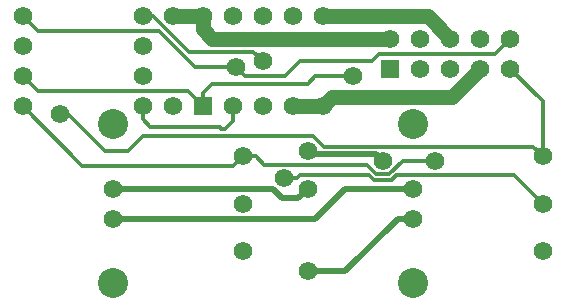
<source format=gbr>
G04 #@! TF.GenerationSoftware,KiCad,Pcbnew,(5.0.1)-3*
G04 #@! TF.CreationDate,2018-12-07T15:58:26-08:00*
G04 #@! TF.ProjectId,500-1092-DualAtnGain,3530302D313039322D4475616C41746E,rev?*
G04 #@! TF.SameCoordinates,Original*
G04 #@! TF.FileFunction,Copper,L2,Bot,Signal*
G04 #@! TF.FilePolarity,Positive*
%FSLAX46Y46*%
G04 Gerber Fmt 4.6, Leading zero omitted, Abs format (unit mm)*
G04 Created by KiCad (PCBNEW (5.0.1)-3) date 12/7/2018 3:58:26 PM*
%MOMM*%
%LPD*%
G01*
G04 APERTURE LIST*
G04 #@! TA.AperFunction,ComponentPad*
%ADD10C,2.540000*%
G04 #@! TD*
G04 #@! TA.AperFunction,ComponentPad*
%ADD11C,1.574800*%
G04 #@! TD*
G04 #@! TA.AperFunction,ComponentPad*
%ADD12R,1.574800X1.574800*%
G04 #@! TD*
G04 #@! TA.AperFunction,ViaPad*
%ADD13C,1.574800*%
G04 #@! TD*
G04 #@! TA.AperFunction,Conductor*
%ADD14C,1.270000*%
G04 #@! TD*
G04 #@! TA.AperFunction,Conductor*
%ADD15C,0.304800*%
G04 #@! TD*
G04 #@! TA.AperFunction,Conductor*
%ADD16C,0.508000*%
G04 #@! TD*
G04 APERTURE END LIST*
D10*
G04 #@! TO.P,R101,*
G04 #@! TO.N,*
X127000000Y-99345000D03*
X127000000Y-112745000D03*
D11*
G04 #@! TO.P,R101,4*
G04 #@! TO.N,/V-*
X127000000Y-104775000D03*
G04 #@! TO.P,R101,5*
G04 #@! TO.N,Net-(R101-Pad5)*
X127000000Y-107315000D03*
G04 #@! TO.P,R101,2*
G04 #@! TO.N,Net-(R101-Pad2)*
X138000000Y-106045000D03*
G04 #@! TO.P,R101,3*
G04 #@! TO.N,GND*
X138000000Y-110045000D03*
G04 #@! TO.P,R101,1*
G04 #@! TO.N,Net-(P101-Pad3)*
X138000000Y-102045000D03*
G04 #@! TD*
G04 #@! TO.P,C101,1*
G04 #@! TO.N,/V+*
X132080000Y-90170000D03*
G04 #@! TO.P,C101,2*
G04 #@! TO.N,GND*
X132080000Y-97790000D03*
G04 #@! TD*
G04 #@! TO.P,C102,1*
G04 #@! TO.N,/V-*
X144780000Y-97790000D03*
G04 #@! TO.P,C102,2*
G04 #@! TO.N,GND*
X144780000Y-90170000D03*
G04 #@! TD*
G04 #@! TO.P,R103,1*
G04 #@! TO.N,Net-(P101-Pad3)*
X119380000Y-97790000D03*
G04 #@! TO.P,R103,2*
G04 #@! TO.N,Net-(R103-Pad2)*
X129540000Y-97790000D03*
G04 #@! TD*
G04 #@! TO.P,R104,1*
G04 #@! TO.N,Net-(P101-Pad9)*
X119380000Y-92710000D03*
G04 #@! TO.P,R104,2*
G04 #@! TO.N,Net-(R104-Pad2)*
X129540000Y-92710000D03*
G04 #@! TD*
G04 #@! TO.P,R105,1*
G04 #@! TO.N,Net-(R103-Pad2)*
X129540000Y-95250000D03*
G04 #@! TO.P,R105,2*
G04 #@! TO.N,Net-(P101-Pad4)*
X119380000Y-95250000D03*
G04 #@! TD*
G04 #@! TO.P,R106,1*
G04 #@! TO.N,Net-(R104-Pad2)*
X129540000Y-90170000D03*
G04 #@! TO.P,R106,2*
G04 #@! TO.N,Net-(P101-Pad10)*
X119380000Y-90170000D03*
G04 #@! TD*
D12*
G04 #@! TO.P,U101,1*
G04 #@! TO.N,Net-(P101-Pad4)*
X134620000Y-97790000D03*
D11*
G04 #@! TO.P,U101,2*
G04 #@! TO.N,Net-(R103-Pad2)*
X137160000Y-97790000D03*
G04 #@! TO.P,U101,3*
G04 #@! TO.N,Net-(R101-Pad2)*
X139700000Y-97790000D03*
G04 #@! TO.P,U101,4*
G04 #@! TO.N,/V-*
X142240000Y-97790000D03*
G04 #@! TO.P,U101,5*
G04 #@! TO.N,Net-(R102-Pad2)*
X142240000Y-90170000D03*
G04 #@! TO.P,U101,6*
G04 #@! TO.N,Net-(R104-Pad2)*
X139700000Y-90170000D03*
G04 #@! TO.P,U101,7*
G04 #@! TO.N,Net-(P101-Pad10)*
X137160000Y-90170000D03*
G04 #@! TO.P,U101,8*
G04 #@! TO.N,/V+*
X134620000Y-90170000D03*
G04 #@! TD*
G04 #@! TO.P,R102,1*
G04 #@! TO.N,Net-(P101-Pad9)*
X163400000Y-102045000D03*
G04 #@! TO.P,R102,3*
G04 #@! TO.N,GND*
X163400000Y-110045000D03*
G04 #@! TO.P,R102,2*
G04 #@! TO.N,Net-(R102-Pad2)*
X163400000Y-106045000D03*
G04 #@! TO.P,R102,5*
G04 #@! TO.N,Net-(R1-Pad2)*
X152400000Y-107315000D03*
G04 #@! TO.P,R102,4*
G04 #@! TO.N,Net-(R101-Pad5)*
X152400000Y-104775000D03*
D10*
G04 #@! TO.P,R102,*
G04 #@! TO.N,*
X152400000Y-112745000D03*
X152400000Y-99345000D03*
G04 #@! TD*
D12*
G04 #@! TO.P,P101,1*
G04 #@! TO.N,/V+*
X150495000Y-94615000D03*
D11*
G04 #@! TO.P,P101,2*
X150495000Y-92075000D03*
G04 #@! TO.P,P101,3*
G04 #@! TO.N,Net-(P101-Pad3)*
X153035000Y-94615000D03*
G04 #@! TO.P,P101,4*
G04 #@! TO.N,Net-(P101-Pad4)*
X153035000Y-92075000D03*
G04 #@! TO.P,P101,5*
G04 #@! TO.N,GND*
X155575000Y-94615000D03*
G04 #@! TO.P,P101,6*
X155575000Y-92075000D03*
G04 #@! TO.P,P101,7*
G04 #@! TO.N,/V-*
X158115000Y-94615000D03*
G04 #@! TO.P,P101,8*
X158115000Y-92075000D03*
G04 #@! TO.P,P101,9*
G04 #@! TO.N,Net-(P101-Pad9)*
X160655000Y-94615000D03*
G04 #@! TO.P,P101,10*
G04 #@! TO.N,Net-(P101-Pad10)*
X160655000Y-92075000D03*
G04 #@! TD*
G04 #@! TO.P,R1,1*
G04 #@! TO.N,/V+*
X143510000Y-101600000D03*
G04 #@! TO.P,R1,2*
G04 #@! TO.N,Net-(R1-Pad2)*
X143510000Y-111760000D03*
G04 #@! TD*
D13*
G04 #@! TO.N,Net-(P101-Pad3)*
X154270713Y-102397411D03*
G04 #@! TO.N,Net-(P101-Pad4)*
X147320000Y-95250000D03*
G04 #@! TO.N,Net-(P101-Pad9)*
X122555000Y-98425000D03*
G04 #@! TO.N,Net-(P101-Pad10)*
X137396522Y-94484810D03*
G04 #@! TO.N,Net-(R102-Pad2)*
X141482145Y-103879611D03*
G04 #@! TO.N,Net-(R104-Pad2)*
X139700000Y-93980000D03*
G04 #@! TO.N,/V+*
X149849874Y-102397411D03*
G04 #@! TO.N,/V-*
X143510000Y-104775000D03*
G04 #@! TD*
D14*
G04 #@! TO.N,GND*
X153670000Y-90170000D02*
X155575000Y-92075000D01*
X144780000Y-90170000D02*
X153670000Y-90170000D01*
D15*
G04 #@! TO.N,Net-(P101-Pad3)*
X139113551Y-102045000D02*
X139808352Y-102739801D01*
X139808352Y-102739801D02*
X148505358Y-102739801D01*
X148505358Y-102739801D02*
X149302769Y-103537212D01*
X149302769Y-103537212D02*
X150396979Y-103537212D01*
X150396979Y-103537212D02*
X151536780Y-102397411D01*
X153157162Y-102397411D02*
X154270713Y-102397411D01*
X138000000Y-102045000D02*
X139113551Y-102045000D01*
X151536780Y-102397411D02*
X153157162Y-102397411D01*
X119380000Y-97790000D02*
X124422399Y-102832399D01*
X137212601Y-102832399D02*
X138000000Y-102045000D01*
X124422399Y-102832399D02*
X137212601Y-102832399D01*
G04 #@! TO.N,Net-(P101-Pad4)*
X133350000Y-96520000D02*
X134620000Y-97790000D01*
X119380000Y-95250000D02*
X120650000Y-96520000D01*
X120650000Y-96520000D02*
X133350000Y-96520000D01*
X134620000Y-97790000D02*
X135255000Y-97155000D01*
X134620000Y-96697800D02*
X135432800Y-95885000D01*
X134620000Y-97790000D02*
X134620000Y-96697800D01*
X135432800Y-95885000D02*
X143510000Y-95885000D01*
X143510000Y-95885000D02*
X144145000Y-95250000D01*
X144145000Y-95250000D02*
X147320000Y-95250000D01*
G04 #@! TO.N,Net-(P101-Pad9)*
X163400000Y-97360000D02*
X160655000Y-94615000D01*
X163400000Y-102045000D02*
X163400000Y-97360000D01*
X144854507Y-101257601D02*
X143926906Y-100330000D01*
X162612601Y-101257601D02*
X144854507Y-101257601D01*
X163400000Y-102045000D02*
X162612601Y-101257601D01*
X143926906Y-100330000D02*
X129540000Y-100330000D01*
X129540000Y-100330000D02*
X128270000Y-101600000D01*
X128270000Y-101600000D02*
X126365000Y-101600000D01*
X126365000Y-101600000D02*
X123190000Y-98425000D01*
X123190000Y-98425000D02*
X122555000Y-98425000D01*
G04 #@! TO.N,Net-(P101-Pad10)*
X119380000Y-90170000D02*
X120650000Y-91440000D01*
X120650000Y-91440000D02*
X130949184Y-91440000D01*
X130949184Y-91440000D02*
X133993994Y-94484810D01*
X136282971Y-94484810D02*
X137396522Y-94484810D01*
X133993994Y-94484810D02*
X136282971Y-94484810D01*
X138183921Y-95272209D02*
X137396522Y-94484810D01*
X160655000Y-92075000D02*
X159385000Y-93345000D01*
X159385000Y-93345000D02*
X149555878Y-93345000D01*
X149555878Y-93345000D02*
X148920878Y-93980000D01*
X148920878Y-93980000D02*
X142875000Y-93980000D01*
X142875000Y-93980000D02*
X141582791Y-95272209D01*
X141582791Y-95272209D02*
X138183921Y-95272209D01*
G04 #@! TO.N,Net-(R102-Pad2)*
X163400000Y-106045000D02*
X160990199Y-103635199D01*
X142595696Y-103879611D02*
X141482145Y-103879611D01*
X149093670Y-104042023D02*
X148686846Y-103635199D01*
X142840108Y-103635199D02*
X142595696Y-103879611D01*
X150606078Y-104042023D02*
X149093670Y-104042023D01*
X148686846Y-103635199D02*
X142840108Y-103635199D01*
X160990199Y-103635199D02*
X151012902Y-103635199D01*
X151012902Y-103635199D02*
X150606078Y-104042023D01*
G04 #@! TO.N,Net-(R103-Pad2)*
X129540000Y-98903551D02*
X130175000Y-99538551D01*
X129540000Y-97790000D02*
X129540000Y-98903551D01*
X130175000Y-99538551D02*
X136046449Y-99538551D01*
X136046449Y-99538551D02*
X136202898Y-99695000D01*
X136202898Y-99695000D02*
X136525000Y-99695000D01*
X136525000Y-99695000D02*
X137160000Y-99060000D01*
X137160000Y-99060000D02*
X137160000Y-97790000D01*
G04 #@! TO.N,Net-(R104-Pad2)*
X133415695Y-93192601D02*
X138912601Y-93192601D01*
X138912601Y-93192601D02*
X139700000Y-93980000D01*
X130393094Y-90170000D02*
X133415695Y-93192601D01*
X129540000Y-90170000D02*
X130393094Y-90170000D01*
D14*
G04 #@! TO.N,/V+*
X132080000Y-90170000D02*
X134620000Y-90170000D01*
X149381449Y-92075000D02*
X150495000Y-92075000D01*
X134620000Y-91283551D02*
X135411449Y-92075000D01*
X135411449Y-92075000D02*
X149381449Y-92075000D01*
X134620000Y-90170000D02*
X134620000Y-91283551D01*
D16*
X149316475Y-101864012D02*
X149849874Y-102397411D01*
X143774012Y-101864012D02*
X149316475Y-101864012D01*
X143510000Y-101600000D02*
X143774012Y-101864012D01*
D14*
G04 #@! TO.N,/V-*
X142240000Y-97790000D02*
X144780000Y-97790000D01*
X157327601Y-95402399D02*
X158115000Y-94615000D01*
X155727399Y-97002601D02*
X157327601Y-95402399D01*
X145567399Y-97002601D02*
X155727399Y-97002601D01*
X144780000Y-97790000D02*
X145567399Y-97002601D01*
D16*
X141327659Y-105562399D02*
X142722601Y-105562399D01*
X142722601Y-105562399D02*
X143510000Y-104775000D01*
X140540260Y-104775000D02*
X141327659Y-105562399D01*
X127000000Y-104775000D02*
X140540260Y-104775000D01*
G04 #@! TO.N,Net-(R101-Pad5)*
X127000000Y-107315000D02*
X144145000Y-107315000D01*
X144145000Y-107315000D02*
X146685000Y-104775000D01*
X146685000Y-104775000D02*
X152400000Y-104775000D01*
G04 #@! TO.N,Net-(R1-Pad2)*
X151130000Y-107315000D02*
X152400000Y-107315000D01*
X143510000Y-111760000D02*
X146685000Y-111760000D01*
X146685000Y-111760000D02*
X151130000Y-107315000D01*
G04 #@! TD*
M02*

</source>
